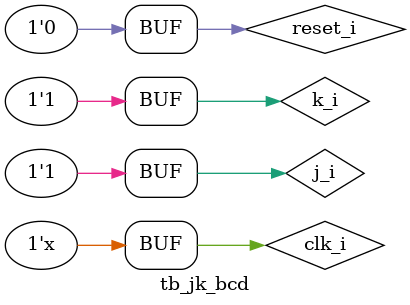
<source format=v>
module bcd2(
    input clk_i,
    input reset_i,
    input j_i,
    input k_i,
    output [3:0] q_o,
    output [3:0] q_no
);

// Cables internos
wire jb3_w;

// Bit 0
jk jk_bcd0(
    .clk_i(clk_i),
    .reset_i(reset_i),
    .j_i(j_i),
    .k_i(k_i),
    .q_o(q_o[0]),
    .q_no(q_no[0])
);

// Bit 1
jk jk_bcd1(
    .clk_i(q_o[0]),
    .reset_i(reset_i),
    .j_i(j_i),
    .k_i(k_i),
    .q_o(q_o[1]),
    .q_no(q_no[1])
);

// Bit 2
jk jk_bcd2(
    .clk_i(q_o[1]),
    .reset_i(reset_i),
    .j_i(j_i),
    .k_i(k_i),
    .q_o(q_o[2]),
    .q_no(q_no[2])
);

// Lógica para resetear el contador después de 9
and and_u1(jb3_w, q_o[1], q_no[2]);

// Bit 3
jk jk_bcd3(
    .clk_i(q_o[0]),
    .reset_i(reset_i | jb3_w),
    .j_i(j_i),
    .k_i(k_i),
    .q_o(q_o[3]),
    .q_no(q_no[3])
);

endmodule

module tb_jk_bcd();

reg clk_i;
reg reset_i;
reg j_i;
reg k_i;
wire [3:0] q_o;
wire [3:0] q_no;

// Instancia del módulo bcd2
bcd2 dut(
    .clk_i(clk_i),
    .reset_i(reset_i),
    .j_i(j_i),
    .k_i(k_i),
    .q_o(q_o),
    .q_no(q_no)
);

// Inicialización de señales
initial begin
    clk_i = 1'b1;
    reset_i = 1'b1;
    j_i = 1'b1;
    k_i = 1'b1;
    #100 reset_i = 1'b0; // Deshabilitar reset después de 100 unidades de tiempo
end

// Generación de reloj
always #5 clk_i = ~clk_i; // Período de reloj de 10 unidades de tiempo

endmodule
</source>
